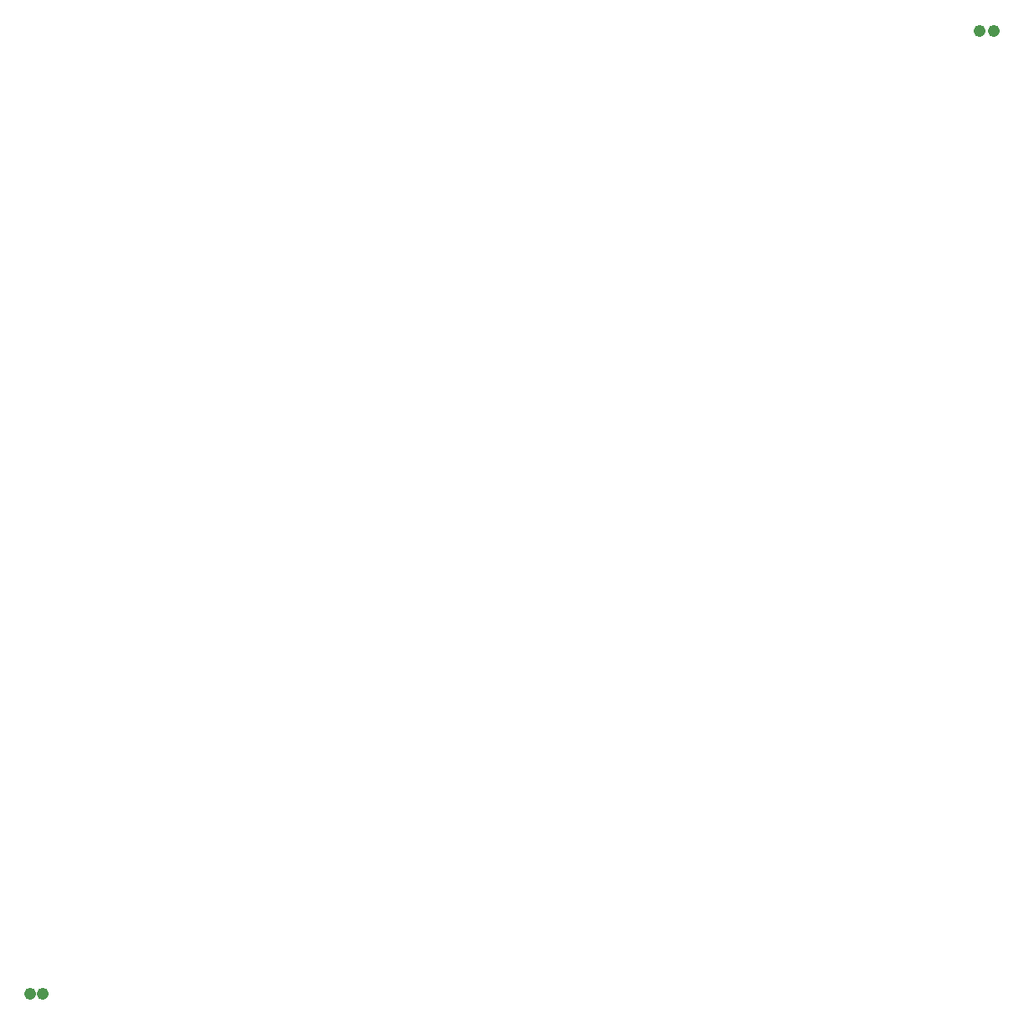
<source format=gbs>
G75*
%MOIN*%
%OFA0B0*%
%FSLAX24Y24*%
%IPPOS*%
%LPD*%
%AMOC8*
5,1,8,0,0,1.08239X$1,22.5*
%
%ADD10C,0.0476*%
D10*
X004461Y001180D03*
X004961Y001180D03*
X042207Y039488D03*
X042770Y039488D03*
M02*

</source>
